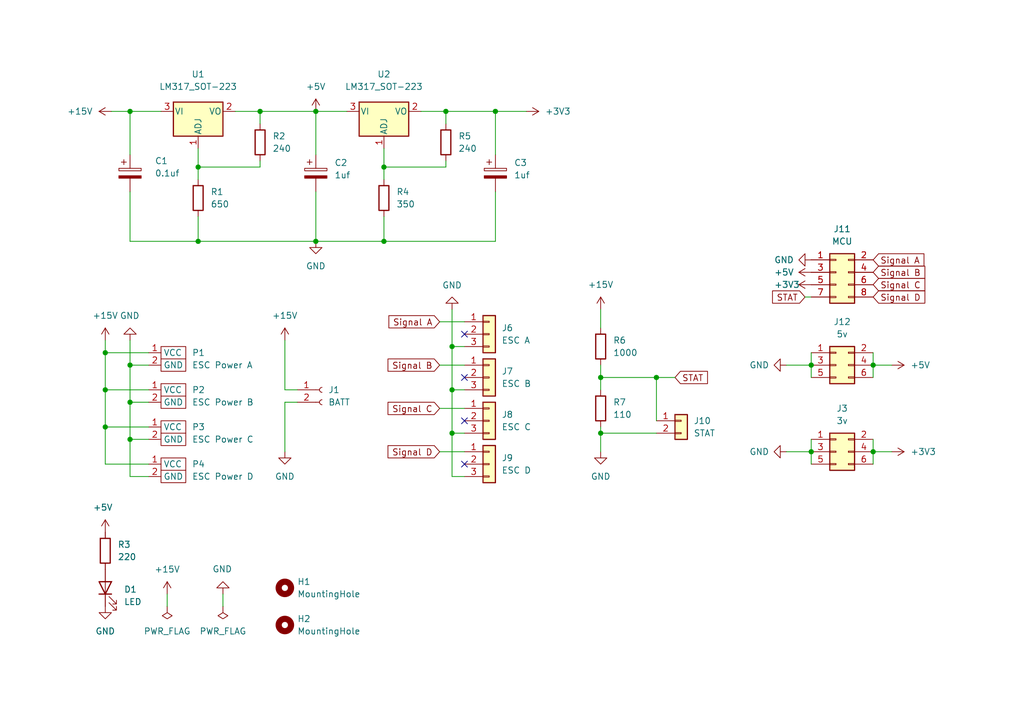
<source format=kicad_sch>
(kicad_sch (version 20211123) (generator eeschema)
  (paper "A5")
  (title_block (title "AnotherDrone - PDB"))
  (lib_symbols
    (symbol "Connector:Conn_01x02_Female" (pin_names (offset 1.016) hide)
      (property "Reference" "J" (at 0 2.54 0))
      (property "Value" "Conn_01x02_Female" (at 0 -5.08 0))
      (symbol "Conn_01x02_Female_1_1"
        (arc (start 0 -2.032) (mid -0.508 -2.54) (end 0 -3.048) (stroke (width 0.1524)))
        (polyline (pts (xy -1.27 -2.54) (xy -0.508 -2.54)) (stroke (width 0.1524)))
        (polyline (pts (xy -1.27 0) (xy -0.508 0)) (stroke (width 0.1524)))
        (arc (start 0 0.508) (mid -0.508 0) (end 0 -0.508) (stroke (width 0.1524)))
        (pin passive line (at -5.08 0 0) (length 3.81) (name "Pin_1") (number "1"))
        (pin passive line (at -5.08 -2.54 0) (length 3.81) (name "Pin_2") (number "2"))
      )
    )
    (symbol "Connector_Generic:Conn_01x02" (pin_names (offset 1.016) hide)
      (property "Reference" "J" (at 0 2.54 0))
      (property "Value" "Conn_01x02" (at 0 -5.08 0))
      (symbol "Conn_01x02_1_1"
        (rectangle (start -1.27 -2.413) (end 0 -2.667) (stroke (width 0.1524)))
        (rectangle (start -1.27 0.127) (end 0 -0.127) (stroke (width 0.1524)))
        (rectangle (start -1.27 1.27) (end 1.27 -3.81) (stroke (width 0.254)) (fill (type background)))
        (pin passive line (at -5.08 0 0) (length 3.81) (name "Pin_1") (number "1"))
        (pin passive line (at -5.08 -2.54 0) (length 3.81) (name "Pin_2") (number "2"))
      )
    )
    (symbol "Connector_Generic:Conn_01x03" (pin_names (offset 1.016) hide)
      (property "Reference" "J" (at 0 5.08 0))
      (property "Value" "Conn_01x03" (at 0 -5.08 0))
      (symbol "Conn_01x03_1_1"
        (rectangle (start -1.27 -2.413) (end 0 -2.667) (stroke (width 0.1524)))
        (rectangle (start -1.27 0.127) (end 0 -0.127) (stroke (width 0.1524)))
        (rectangle (start -1.27 2.667) (end 0 2.413) (stroke (width 0.1524)))
        (rectangle (start -1.27 3.81) (end 1.27 -3.81) (stroke (width 0.254)) (fill (type background)))
        (pin passive line (at -5.08 2.54 0) (length 3.81) (name "Pin_1") (number "1"))
        (pin passive line (at -5.08 0 0) (length 3.81) (name "Pin_2") (number "2"))
        (pin passive line (at -5.08 -2.54 0) (length 3.81) (name "Pin_3") (number "3"))
      )
    )
    (symbol "Connector_Generic:Conn_02x03_Odd_Even" (pin_names (offset 1.016) hide)
      (property "Reference" "J" (at 1.27 5.08 0))
      (property "Value" "Conn_02x03_Odd_Even" (at 1.27 -5.08 0))
      (symbol "Conn_02x03_Odd_Even_1_1"
        (rectangle (start -1.27 -2.413) (end 0 -2.667) (stroke (width 0.1524)))
        (rectangle (start -1.27 0.127) (end 0 -0.127) (stroke (width 0.1524)))
        (rectangle (start -1.27 2.667) (end 0 2.413) (stroke (width 0.1524)))
        (rectangle (start -1.27 3.81) (end 3.81 -3.81) (stroke (width 0.254)) (fill (type background)))
        (rectangle (start 3.81 -2.413) (end 2.54 -2.667) (stroke (width 0.1524)))
        (rectangle (start 3.81 0.127) (end 2.54 -0.127) (stroke (width 0.1524)))
        (rectangle (start 3.81 2.667) (end 2.54 2.413) (stroke (width 0.1524)))
        (pin passive line (at -5.08 2.54 0) (length 3.81) (name "Pin_1") (number "1"))
        (pin passive line (at 7.62 2.54 180) (length 3.81) (name "Pin_2") (number "2"))
        (pin passive line (at -5.08 0 0) (length 3.81) (name "Pin_3") (number "3"))
        (pin passive line (at 7.62 0 180) (length 3.81) (name "Pin_4") (number "4"))
        (pin passive line (at -5.08 -2.54 0) (length 3.81) (name "Pin_5") (number "5"))
        (pin passive line (at 7.62 -2.54 180) (length 3.81) (name "Pin_6") (number "6"))
      )
    )
    (symbol "Connector_Generic:Conn_02x04_Odd_Even" (pin_names (offset 1.016) hide)
      (property "Reference" "J" (at 1.27 5.08 0))
      (property "Value" "Conn_02x04_Odd_Even" (at 1.27 -7.62 0))
      (symbol "Conn_02x04_Odd_Even_1_1"
        (rectangle (start -1.27 -4.953) (end 0 -5.207) (stroke (width 0.1524)))
        (rectangle (start -1.27 -2.413) (end 0 -2.667) (stroke (width 0.1524)))
        (rectangle (start -1.27 0.127) (end 0 -0.127) (stroke (width 0.1524)))
        (rectangle (start -1.27 2.667) (end 0 2.413) (stroke (width 0.1524)))
        (rectangle (start -1.27 3.81) (end 3.81 -6.35) (stroke (width 0.254)) (fill (type background)))
        (rectangle (start 3.81 -4.953) (end 2.54 -5.207) (stroke (width 0.1524)))
        (rectangle (start 3.81 -2.413) (end 2.54 -2.667) (stroke (width 0.1524)))
        (rectangle (start 3.81 0.127) (end 2.54 -0.127) (stroke (width 0.1524)))
        (rectangle (start 3.81 2.667) (end 2.54 2.413) (stroke (width 0.1524)))
        (pin passive line (at -5.08 2.54 0) (length 3.81) (name "Pin_1") (number "1"))
        (pin passive line (at 7.62 2.54 180) (length 3.81) (name "Pin_2") (number "2"))
        (pin passive line (at -5.08 0 0) (length 3.81) (name "Pin_3") (number "3"))
        (pin passive line (at 7.62 0 180) (length 3.81) (name "Pin_4") (number "4"))
        (pin passive line (at -5.08 -2.54 0) (length 3.81) (name "Pin_5") (number "5"))
        (pin passive line (at 7.62 -2.54 180) (length 3.81) (name "Pin_6") (number "6"))
        (pin passive line (at -5.08 -5.08 0) (length 3.81) (name "Pin_7") (number "7"))
        (pin passive line (at 7.62 -5.08 180) (length 3.81) (name "Pin_8") (number "8"))
      )
    )
    (symbol "Device:C_Polarized" (pin_numbers hide) (pin_names (offset 0.254))
      (property "Reference" "C" (at 0.635 2.54 0))
      (property "Value" "C_Polarized" (at 0.635 -2.54 0))
      (symbol "C_Polarized_0_1"
        (rectangle (start -2.286 0.508) (end 2.286 1.016))
        (polyline (pts (xy -1.778 2.286) (xy -0.762 2.286)))
        (polyline (pts (xy -1.27 2.794) (xy -1.27 1.778)))
        (rectangle (start 2.286 -0.508) (end -2.286 -1.016) (fill (type outline)))
      )
      (symbol "C_Polarized_1_1"
        (pin passive line (at 0 3.81 270) (length 2.794) (name "~") (number "1"))
        (pin passive line (at 0 -3.81 90) (length 2.794) (name "~") (number "2"))
      )
    )
    (symbol "Device:LED" (pin_numbers hide) (pin_names (offset 1.016) hide)
      (property "Reference" "D" (at 0 2.54 0))
      (property "Value" "LED" (at 0 -2.54 0))
      (symbol "LED_0_1"
        (polyline (pts (xy -1.27 -1.27) (xy -1.27 1.27)) (stroke (width 0.254)))
        (polyline (pts (xy -1.27 0) (xy 1.27 0)))
        (polyline (pts (xy 1.27 -1.27) (xy 1.27 1.27) (xy -1.27 0) (xy 1.27 -1.27)) (stroke (width 0.254)))
        (polyline (pts (xy -3.048 -0.762) (xy -4.572 -2.286) (xy -3.81 -2.286) (xy -4.572 -2.286) (xy -4.572 -1.524)))
        (polyline (pts (xy -1.778 -0.762) (xy -3.302 -2.286) (xy -2.54 -2.286) (xy -3.302 -2.286) (xy -3.302 -1.524)))
      )
      (symbol "LED_1_1"
        (pin passive line (at -3.81 0 0) (length 2.54) (name "K") (number "1"))
        (pin passive line (at 3.81 0 180) (length 2.54) (name "A") (number "2"))
      )
    )
    (symbol "Device:R" (pin_numbers hide) (pin_names (offset 0))
      (property "Reference" "R" (at 2.032 0 90))
      (property "Value" "R" (at 0 0 90))
      (symbol "R_0_1"
        (rectangle (start -1.016 -2.54) (end 1.016 2.54) (stroke (width 0.254)))
      )
      (symbol "R_1_1"
        (pin passive line (at 0 3.81 270) (length 1.27) (name "~") (number "1"))
        (pin passive line (at 0 -3.81 90) (length 1.27) (name "~") (number "2"))
      )
    )
    (symbol "ESC_Custom:ESC_Power"
      (property "Reference" "P" (at -0.677 12.5987 0))
      (property "Value" "ESC_Power" (at 1.27 10.16 0))
      (symbol "ESC_Power_0_1"
        (polyline (pts (xy 0 5.08) (xy 0 0)))
        (polyline (pts (xy -2.54 0) (xy 2.54 0) (xy 2.54 5.08) (xy -2.54 5.08) (xy -2.54 0)))
      )
      (symbol "ESC_Power_1_1"
        (pin input line (at -1.27 -2.54 90) (length 2.54) (name "VCC") (number "1"))
        (pin input line (at 1.27 -2.54 90) (length 2.54) (name "GND") (number "2"))
      )
    )
    (symbol "Mechanical:MountingHole" (pin_names (offset 1.016))
      (property "Reference" "H" (at 0 5.08 0))
      (property "Value" "MountingHole" (at 0 3.175 0))
      (symbol "MountingHole_0_1"
        (circle (center 0 0) (radius 1.27) (stroke (width 1.27)))
      )
    )
    (symbol "Regulator_Linear:LM317_SOT-223" (pin_names (offset 0.254))
      (property "Reference" "U" (at -3.81 3.175 0))
      (property "Value" "LM317_SOT-223" (at 0 3.175 0))
      (symbol "LM317_SOT-223_0_1"
        (rectangle (start -5.08 1.905) (end 5.08 -5.08) (stroke (width 0.254)) (fill (type background)))
      )
      (symbol "LM317_SOT-223_1_1"
        (pin input line (at 0 -7.62 90) (length 2.54) (name "ADJ") (number "1"))
        (pin power_out line (at 7.62 0 180) (length 2.54) (name "VO") (number "2"))
        (pin power_in line (at -7.62 0 0) (length 2.54) (name "VI") (number "3"))
      )
    )
    (symbol "power:+15V" (power) (pin_names (offset 0))
      (property "Value" "+15V" (at 0 3.556 0))
      (symbol "+15V_0_1"
        (polyline (pts (xy -0.762 1.27) (xy 0 2.54)))
        (polyline (pts (xy 0 0) (xy 0 2.54)))
        (polyline (pts (xy 0 2.54) (xy 0.762 1.27)))
      )
      (symbol "+15V_1_1"
        (pin power_in line (at 0 0 90) (length 0) hide (name "+15V") (number "1"))
      )
    )
    (symbol "power:+3V3" (power) (pin_names (offset 0))
      (property "Value" "+3V3" (at 0 3.556 0))
      (symbol "+3V3_0_1"
        (polyline (pts (xy -0.762 1.27) (xy 0 2.54)))
        (polyline (pts (xy 0 0) (xy 0 2.54)))
        (polyline (pts (xy 0 2.54) (xy 0.762 1.27)))
      )
      (symbol "+3V3_1_1"
        (pin power_in line (at 0 0 90) (length 0) hide (name "+3V3") (number "1"))
      )
    )
    (symbol "power:+5V" (power) (pin_names (offset 0))
      (property "Value" "+5V" (at 0 3.556 0))
      (symbol "+5V_0_1"
        (polyline (pts (xy -0.762 1.27) (xy 0 2.54)))
        (polyline (pts (xy 0 0) (xy 0 2.54)))
        (polyline (pts (xy 0 2.54) (xy 0.762 1.27)))
      )
      (symbol "+5V_1_1"
        (pin power_in line (at 0 0 90) (length 0) hide (name "+5V") (number "1"))
      )
    )
    (symbol "power:GND" (power) (pin_names (offset 0))
      (property "Value" "GND" (at 0 -3.81 0))
      (symbol "GND_0_1"
        (polyline (pts (xy 0 0) (xy 0 -1.27) (xy 1.27 -1.27) (xy 0 -2.54) (xy -1.27 -1.27) (xy 0 -1.27)))
      )
      (symbol "GND_1_1"
        (pin power_in line (at 0 0 270) (length 0) hide (name "GND") (number "1"))
      )
    )
    (symbol "power:PWR_FLAG" (power) (pin_numbers hide) (pin_names (offset 0) hide)
      (property "Value" "PWR_FLAG" (at 0 3.81 0))
      (symbol "PWR_FLAG_0_0"
        (pin power_out line (at 0 0 90) (length 0) (name "pwr") (number "1"))
      )
      (symbol "PWR_FLAG_0_1"
        (polyline (pts (xy 0 0) (xy 0 1.27) (xy -1.016 1.905) (xy 0 2.54) (xy 1.016 1.905) (xy 0 1.27)))
      )
    )
  )
  (junction (at 21.59 80.01))
  (junction (at 78.74 34.29))
  (junction (at 123.19 88.9))
  (junction (at 92.71 88.9))
  (junction (at 92.71 80.01))
  (junction (at 64.77 49.53))
  (junction (at 91.44 22.86))
  (junction (at 179.07 92.71))
  (junction (at 101.6 22.86))
  (junction (at 166.37 92.71))
  (junction (at 21.59 87.63))
  (junction (at 21.59 72.39))
  (junction (at 26.67 90.17))
  (junction (at 179.07 74.93))
  (junction (at 53.34 22.86))
  (junction (at 78.74 49.53))
  (junction (at 40.64 49.53))
  (junction (at 166.37 74.93))
  (junction (at 134.62 77.47))
  (junction (at 26.67 74.93))
  (junction (at 26.67 82.55))
  (junction (at 40.64 34.29))
  (junction (at 92.71 71.12))
  (junction (at 123.19 77.47))
  (junction (at 64.77 22.86))
  (junction (at 26.67 22.86))
  (no_connect (at 95.25 95.25))
  (no_connect (at 95.25 68.58))
  (no_connect (at 95.25 86.36))
  (no_connect (at 95.25 77.47))
  (wire (pts (xy 21.59 69.85) (xy 21.59 72.39)))
  (wire (pts (xy 92.71 71.12) (xy 92.71 80.01)))
  (wire (pts (xy 91.44 22.86) (xy 101.6 22.86)))
  (wire (pts (xy 90.17 66.04) (xy 95.25 66.04)))
  (wire (pts (xy 64.77 49.53) (xy 78.74 49.53)))
  (wire (pts (xy 179.07 72.39) (xy 179.07 74.93)))
  (wire (pts (xy 53.34 25.4) (xy 53.34 22.86)))
  (wire (pts (xy 123.19 77.47) (xy 123.19 80.01)))
  (wire (pts (xy 21.59 95.25) (xy 21.59 87.63)))
  (wire (pts (xy 91.44 25.4) (xy 91.44 22.86)))
  (wire (pts (xy 95.25 88.9) (xy 92.71 88.9)))
  (wire (pts (xy 179.07 90.17) (xy 179.07 92.71)))
  (wire (pts (xy 64.77 22.86) (xy 64.77 31.75)))
  (wire (pts (xy 40.64 30.48) (xy 40.64 34.29)))
  (wire (pts (xy 101.6 49.53) (xy 78.74 49.53)))
  (wire (pts (xy 78.74 30.48) (xy 78.74 34.29)))
  (wire (pts (xy 64.77 22.86) (xy 71.12 22.86)))
  (wire (pts (xy 165.1 60.96) (xy 166.37 60.96)))
  (wire (pts (xy 78.74 34.29) (xy 91.44 34.29)))
  (wire (pts (xy 26.67 82.55) (xy 26.67 74.93)))
  (wire (pts (xy 26.67 49.53) (xy 40.64 49.53)))
  (wire (pts (xy 92.71 88.9) (xy 92.71 97.79)))
  (wire (pts (xy 134.62 77.47) (xy 123.19 77.47)))
  (wire (pts (xy 166.37 92.71) (xy 166.37 95.25)))
  (wire (pts (xy 26.67 74.93) (xy 30.48 74.93)))
  (wire (pts (xy 40.64 34.29) (xy 40.64 36.83)))
  (wire (pts (xy 30.48 97.79) (xy 26.67 97.79)))
  (wire (pts (xy 91.44 34.29) (xy 91.44 33.02)))
  (wire (pts (xy 92.71 80.01) (xy 92.71 88.9)))
  (wire (pts (xy 92.71 97.79) (xy 95.25 97.79)))
  (wire (pts (xy 48.26 22.86) (xy 53.34 22.86)))
  (wire (pts (xy 92.71 63.5) (xy 92.71 71.12)))
  (wire (pts (xy 26.67 69.85) (xy 26.67 74.93)))
  (wire (pts (xy 90.17 92.71) (xy 95.25 92.71)))
  (wire (pts (xy 58.42 82.55) (xy 60.96 82.55)))
  (wire (pts (xy 64.77 39.37) (xy 64.77 49.53)))
  (wire (pts (xy 161.29 74.93) (xy 166.37 74.93)))
  (wire (pts (xy 179.07 92.71) (xy 182.88 92.71)))
  (wire (pts (xy 166.37 72.39) (xy 166.37 74.93)))
  (wire (pts (xy 58.42 92.71) (xy 58.42 82.55)))
  (wire (pts (xy 101.6 31.75) (xy 101.6 22.86)))
  (wire (pts (xy 21.59 87.63) (xy 30.48 87.63)))
  (wire (pts (xy 95.25 80.01) (xy 92.71 80.01)))
  (wire (pts (xy 22.86 22.86) (xy 26.67 22.86)))
  (wire (pts (xy 179.07 92.71) (xy 179.07 95.25)))
  (wire (pts (xy 26.67 90.17) (xy 30.48 90.17)))
  (wire (pts (xy 26.67 22.86) (xy 26.67 31.75)))
  (wire (pts (xy 78.74 44.45) (xy 78.74 49.53)))
  (wire (pts (xy 101.6 22.86) (xy 107.95 22.86)))
  (wire (pts (xy 26.67 82.55) (xy 30.48 82.55)))
  (wire (pts (xy 45.72 121.92) (xy 45.72 124.46)))
  (wire (pts (xy 30.48 95.25) (xy 21.59 95.25)))
  (wire (pts (xy 21.59 80.01) (xy 21.59 87.63)))
  (wire (pts (xy 123.19 88.9) (xy 134.62 88.9)))
  (wire (pts (xy 166.37 90.17) (xy 166.37 92.71)))
  (wire (pts (xy 40.64 44.45) (xy 40.64 49.53)))
  (wire (pts (xy 30.48 72.39) (xy 21.59 72.39)))
  (wire (pts (xy 78.74 34.29) (xy 78.74 36.83)))
  (wire (pts (xy 179.07 74.93) (xy 182.88 74.93)))
  (wire (pts (xy 166.37 74.93) (xy 166.37 77.47)))
  (wire (pts (xy 90.17 74.93) (xy 95.25 74.93)))
  (wire (pts (xy 34.29 121.92) (xy 34.29 124.46)))
  (wire (pts (xy 21.59 80.01) (xy 30.48 80.01)))
  (wire (pts (xy 58.42 69.85) (xy 58.42 80.01)))
  (wire (pts (xy 123.19 63.5) (xy 123.19 67.31)))
  (wire (pts (xy 21.59 72.39) (xy 21.59 80.01)))
  (wire (pts (xy 123.19 88.9) (xy 123.19 92.71)))
  (wire (pts (xy 134.62 86.36) (xy 134.62 77.47)))
  (wire (pts (xy 26.67 22.86) (xy 33.02 22.86)))
  (wire (pts (xy 101.6 39.37) (xy 101.6 49.53)))
  (wire (pts (xy 26.67 97.79) (xy 26.67 90.17)))
  (wire (pts (xy 95.25 71.12) (xy 92.71 71.12)))
  (wire (pts (xy 26.67 39.37) (xy 26.67 49.53)))
  (wire (pts (xy 123.19 87.63) (xy 123.19 88.9)))
  (wire (pts (xy 53.34 22.86) (xy 64.77 22.86)))
  (wire (pts (xy 53.34 34.29) (xy 53.34 33.02)))
  (wire (pts (xy 161.29 92.71) (xy 166.37 92.71)))
  (wire (pts (xy 123.19 74.93) (xy 123.19 77.47)))
  (wire (pts (xy 26.67 82.55) (xy 26.67 90.17)))
  (wire (pts (xy 58.42 80.01) (xy 60.96 80.01)))
  (wire (pts (xy 134.62 77.47) (xy 138.43 77.47)))
  (wire (pts (xy 179.07 74.93) (xy 179.07 77.47)))
  (wire (pts (xy 40.64 34.29) (xy 53.34 34.29)))
  (wire (pts (xy 86.36 22.86) (xy 91.44 22.86)))
  (wire (pts (xy 40.64 49.53) (xy 64.77 49.53)))
  (wire (pts (xy 90.17 83.82) (xy 95.25 83.82)))
  (global_label "Signal A" (shape input) (at 90.17 66.04 180) (property "Intersheet References" "${INTERSHEET_REFS}" (effects hide)))
  (global_label "Signal B" (shape input) (at 90.17 74.93 180) (property "Intersheet References" "${INTERSHEET_REFS}" (effects hide)))
  (global_label "Signal C" (shape input) (at 179.07 58.42 0) (property "Intersheet References" "${INTERSHEET_REFS}" (effects hide)))
  (global_label "Signal D" (shape input) (at 179.07 60.96 0) (property "Intersheet References" "${INTERSHEET_REFS}" (effects hide)))
  (global_label "Signal D" (shape input) (at 90.17 92.71 180) (property "Intersheet References" "${INTERSHEET_REFS}" (effects hide)))
  (global_label "Signal C" (shape input) (at 90.17 83.82 180) (property "Intersheet References" "${INTERSHEET_REFS}" (effects hide)))
  (global_label "Signal B" (shape input) (at 179.07 55.88 0) (property "Intersheet References" "${INTERSHEET_REFS}" (effects hide)))
  (global_label "Signal A" (shape input) (at 179.07 53.34 0) (property "Intersheet References" "${INTERSHEET_REFS}" (effects hide)))
  (global_label "STAT" (shape input) (at 165.1 60.96 180) (property "Intersheet References" "${INTERSHEET_REFS}" (effects hide)))
  (global_label "STAT" (shape input) (at 138.43 77.47 0) (property "Intersheet References" "${INTERSHEET_REFS}" (effects hide)))
  (symbol (lib_id "Device:R") (at 78.74 40.64 0) (unit 1)
    (property "Reference" "R4" (at 81.28 39.3699 0) (effects (justify left)))
    (property "Value" "350" (at 81.28 41.9099 0) (effects (justify left)))
    (property "Footprint" "Resistor_SMD:R_1206_3216Metric" (effects hide))
  )
  (symbol (lib_id "power:PWR_FLAG") (at 45.72 124.46 0) (mirror x) (unit 1)
    (property "Reference" "#FLG0102" (effects hide))
    (property "Value" "PWR_FLAG" (at 45.72 129.54 0))
  )
  (symbol (lib_id "Connector_Generic:Conn_01x03") (at 100.33 77.47 0) (unit 1)
    (property "Reference" "J7" (at 102.87 76.1999 0) (effects (justify left)))
    (property "Value" "ESC B" (at 102.87 78.7399 0) (effects (justify left)))
    (property "Footprint" "Connector_PinSocket_2.54mm:PinSocket_1x03_P2.54mm_Vertical" (effects hide))
  )
  (symbol (lib_id "power:+5V") (at 21.59 109.22 0) (unit 1)
    (property "Reference" "#PWR01" (effects hide))
    (property "Value" "+5V" (at 19.05 104.14 0) (effects (justify left)))
  )
  (symbol (lib_id "Device:R") (at 40.64 40.64 0) (unit 1)
    (property "Reference" "R1" (at 43.18 39.3699 0) (effects (justify left)))
    (property "Value" "650" (at 43.18 41.9099 0) (effects (justify left)))
    (property "Footprint" "Resistor_SMD:R_1206_3216Metric" (effects hide))
  )
  (symbol (lib_id "ESC_Custom:ESC_Power") (at 33.02 81.28 270) (unit 1)
    (property "Reference" "P2" (at 39.37 80.0099 90) (effects (justify left)))
    (property "Value" "ESC Power B" (at 39.37 82.5499 90) (effects (justify left)))
    (property "Footprint" "ESC_Custom:ESC_Power_01x02" (effects hide))
  )
  (symbol (lib_id "power:GND") (at 92.71 63.5 180) (unit 1)
    (property "Reference" "#PWR0101" (effects hide))
    (property "Value" "GND" (at 90.6665 58.5371 0) (effects (justify right)))
  )
  (symbol (lib_id "power:PWR_FLAG") (at 34.29 124.46 0) (mirror x) (unit 1)
    (property "Reference" "#FLG0104" (effects hide))
    (property "Value" "PWR_FLAG" (at 34.29 129.54 0))
  )
  (symbol (lib_id "Mechanical:MountingHole") (at 58.42 128.27 0) (unit 1)
    (property "Reference" "H2" (at 60.96 126.9999 0) (effects (justify left)))
    (property "Value" "MountingHole" (at 60.96 129.5399 0) (effects (justify left)))
    (property "Footprint" "MountingHole:MountingHole_4.3mm_M4_Pad" (effects hide))
  )
  (symbol (lib_id "power:+3V3") (at 107.95 22.86 270) (unit 1)
    (property "Reference" "#PWR05" (effects hide))
    (property "Value" "+3V3" (at 111.76 22.8599 90) (effects (justify left)))
  )
  (symbol (lib_id "ESC_Custom:ESC_Power") (at 33.02 88.9 270) (unit 1)
    (property "Reference" "P3" (at 39.37 87.6299 90) (effects (justify left)))
    (property "Value" "ESC Power C" (at 39.37 90.1699 90) (effects (justify left)))
    (property "Footprint" "ESC_Custom:ESC_Power_01x02" (effects hide))
  )
  (symbol (lib_id "Device:LED") (at 21.59 120.65 90) (unit 1)
    (property "Reference" "D1" (at 25.4 120.9674 90) (effects (justify right)))
    (property "Value" "LED" (at 25.4 123.5074 90) (effects (justify right)))
    (property "Footprint" "LED_SMD:LED_0805_2012Metric" (effects hide))
  )
  (symbol (lib_id "Device:R") (at 21.59 113.03 0) (unit 1)
    (property "Reference" "R3" (at 24.13 111.7599 0) (effects (justify left)))
    (property "Value" "220" (at 24.13 114.2999 0) (effects (justify left)))
    (property "Footprint" "Resistor_SMD:R_1206_3216Metric" (effects hide))
  )
  (symbol (lib_id "Device:R") (at 123.19 83.82 0) (unit 1)
    (property "Reference" "R7" (at 125.73 82.5499 0) (effects (justify left)))
    (property "Value" "110" (at 125.73 85.0899 0) (effects (justify left)))
    (property "Footprint" "Resistor_SMD:R_1206_3216Metric" (effects hide))
  )
  (symbol (lib_id "power:+5V") (at 166.37 55.88 90) (mirror x) (unit 1)
    (property "Reference" "#PWR0107" (effects hide))
    (property "Value" "+5V" (at 158.75 55.88 90) (effects (justify right)))
  )
  (symbol (lib_id "Connector_Generic:Conn_01x02") (at 139.7 86.36 0) (unit 1)
    (property "Reference" "J10" (at 142.24 86.3599 0) (effects (justify left)))
    (property "Value" "STAT" (at 142.24 88.8999 0) (effects (justify left)))
    (property "Footprint" "Connector_PinSocket_2.54mm:PinSocket_1x02_P2.54mm_Vertical" (effects hide))
  )
  (symbol (lib_id "power:GND") (at 58.42 92.71 0) (unit 1)
    (property "Reference" "#PWR0111" (effects hide))
    (property "Value" "GND" (at 58.42 97.79 0))
  )
  (symbol (lib_id "Connector_Generic:Conn_02x03_Odd_Even") (at 171.45 74.93 0) (unit 1)
    (property "Reference" "J12" (at 172.72 66.04 0))
    (property "Value" "5v" (at 172.72 68.58 0))
    (property "Footprint" "Connector_PinSocket_2.54mm:PinSocket_2x03_P2.54mm_Vertical" (effects hide))
  )
  (symbol (lib_id "power:+3V3") (at 182.88 92.71 270) (unit 1)
    (property "Reference" "#PWR0117" (effects hide))
    (property "Value" "+3V3" (at 186.69 92.7099 90) (effects (justify left)))
  )
  (symbol (lib_id "power:GND") (at 64.77 49.53 0) (unit 1)
    (property "Reference" "#PWR04" (effects hide))
    (property "Value" "GND" (at 64.77 54.61 0))
  )
  (symbol (lib_id "Regulator_Linear:LM317_SOT-223") (at 40.64 22.86 0) (unit 1)
    (property "Reference" "U1" (at 40.64 15.24 0))
    (property "Value" "LM317_SOT-223" (at 40.64 17.78 0))
    (property "Footprint" "Package_TO_SOT_SMD:SOT-223-3_TabPin2" (effects hide))
    (property "Datasheet" "http://www.ti.com/lit/ds/symlink/lm317.pdf" (effects hide))
  )
  (symbol (lib_id "power:GND") (at 21.59 124.46 0) (unit 1)
    (property "Reference" "#PWR02" (effects hide))
    (property "Value" "GND" (at 21.59 129.54 0))
  )
  (symbol (lib_id "power:GND") (at 123.19 92.71 0) (unit 1)
    (property "Reference" "#PWR0114" (effects hide))
    (property "Value" "GND" (at 123.19 97.79 0))
  )
  (symbol (lib_id "power:GND") (at 161.29 74.93 270) (unit 1)
    (property "Reference" "#PWR0118" (effects hide))
    (property "Value" "GND" (at 153.67 74.93 90) (effects (justify left)))
  )
  (symbol (lib_id "Device:R") (at 123.19 71.12 0) (unit 1)
    (property "Reference" "R6" (at 125.73 69.8499 0) (effects (justify left)))
    (property "Value" "1000" (at 125.73 72.3899 0) (effects (justify left)))
    (property "Footprint" "Resistor_SMD:R_1206_3216Metric" (effects hide))
  )
  (symbol (lib_id "Regulator_Linear:LM317_SOT-223") (at 78.74 22.86 0) (unit 1)
    (property "Reference" "U2" (at 78.74 15.24 0))
    (property "Value" "LM317_SOT-223" (at 78.74 17.78 0))
    (property "Footprint" "Package_TO_SOT_SMD:SOT-223-3_TabPin2" (effects hide))
    (property "Datasheet" "http://www.ti.com/lit/ds/symlink/lm317.pdf" (effects hide))
  )
  (symbol (lib_id "ESC_Custom:ESC_Power") (at 33.02 73.66 270) (unit 1)
    (property "Reference" "P1" (at 39.37 72.3899 90) (effects (justify left)))
    (property "Value" "ESC Power A" (at 39.37 74.9299 90) (effects (justify left)))
    (property "Footprint" "ESC_Custom:ESC_Power_01x02" (effects hide))
  )
  (symbol (lib_id "Device:C_Polarized") (at 64.77 35.56 0) (unit 1)
    (property "Reference" "C2" (at 68.58 33.4009 0) (effects (justify left)))
    (property "Value" "1uf" (at 68.58 35.9409 0) (effects (justify left)))
    (property "Footprint" "Capacitor_SMD:C_1206_3216Metric" (effects hide))
  )
  (symbol (lib_id "power:+5V") (at 182.88 74.93 270) (unit 1)
    (property "Reference" "#PWR0116" (effects hide))
    (property "Value" "+5V" (at 186.69 74.9299 90) (effects (justify left)))
  )
  (symbol (lib_id "power:+15V") (at 123.19 63.5 0) (unit 1)
    (property "Reference" "#PWR0102" (effects hide))
    (property "Value" "+15V" (at 123.19 58.42 0))
  )
  (symbol (lib_id "power:+15V") (at 34.29 121.92 0) (unit 1)
    (property "Reference" "#PWR0121" (effects hide))
    (property "Value" "+15V" (at 34.29 116.84 0))
  )
  (symbol (lib_id "Mechanical:MountingHole") (at 58.42 120.65 0) (unit 1)
    (property "Reference" "H1" (at 60.96 119.3799 0) (effects (justify left)))
    (property "Value" "MountingHole" (at 60.96 121.9199 0) (effects (justify left)))
    (property "Footprint" "MountingHole:MountingHole_4.3mm_M4_Pad" (effects hide))
  )
  (symbol (lib_id "Device:R") (at 53.34 29.21 0) (unit 1)
    (property "Reference" "R2" (at 55.88 27.9399 0) (effects (justify left)))
    (property "Value" "240" (at 55.88 30.4799 0) (effects (justify left)))
    (property "Footprint" "Resistor_SMD:R_1206_3216Metric" (effects hide))
  )
  (symbol (lib_id "Connector_Generic:Conn_02x04_Odd_Even") (at 171.45 55.88 0) (unit 1)
    (property "Reference" "J11" (at 172.72 46.99 0))
    (property "Value" "MCU" (at 172.72 49.53 0))
    (property "Footprint" "Connector_PinSocket_2.54mm:PinSocket_2x04_P2.54mm_Vertical" (effects hide))
  )
  (symbol (lib_id "power:GND") (at 166.37 53.34 270) (unit 1)
    (property "Reference" "#PWR0106" (effects hide))
    (property "Value" "GND" (at 158.75 53.34 90) (effects (justify left)))
  )
  (symbol (lib_id "power:+15V") (at 22.86 22.86 90) (unit 1)
    (property "Reference" "#PWR0109" (effects hide))
    (property "Value" "+15V" (at 19.05 22.8599 90) (effects (justify left)))
  )
  (symbol (lib_id "ESC_Custom:ESC_Power") (at 33.02 96.52 270) (unit 1)
    (property "Reference" "P4" (at 39.37 95.2499 90) (effects (justify left)))
    (property "Value" "ESC Power D" (at 39.37 97.7899 90) (effects (justify left)))
    (property "Footprint" "ESC_Custom:ESC_Power_01x02" (effects hide))
  )
  (symbol (lib_id "power:+3V3") (at 166.37 58.42 90) (mirror x) (unit 1)
    (property "Reference" "#PWR0105" (effects hide))
    (property "Value" "+3V3" (at 158.75 58.42 90) (effects (justify right)))
  )
  (symbol (lib_id "power:GND") (at 45.72 121.92 0) (mirror x) (unit 1)
    (property "Reference" "#PWR0120" (effects hide))
    (property "Value" "GND" (at 47.6301 116.7907 0) (effects (justify right)))
  )
  (symbol (lib_id "Connector:Conn_01x02_Female") (at 66.04 80.01 0) (unit 1)
    (property "Reference" "J1" (at 67.31 80.0099 0) (effects (justify left)))
    (property "Value" "BATT" (at 67.31 82.5499 0) (effects (justify left)))
    (property "Footprint" "ESC_Custom:ESC_Power_01x02" (effects hide))
  )
  (symbol (lib_id "power:+15V") (at 21.59 69.85 0) (unit 1)
    (property "Reference" "#PWR0113" (effects hide))
    (property "Value" "+15V" (at 21.59 64.77 0))
  )
  (symbol (lib_id "Connector_Generic:Conn_01x03") (at 100.33 86.36 0) (unit 1)
    (property "Reference" "J8" (at 102.87 85.0899 0) (effects (justify left)))
    (property "Value" "ESC C" (at 102.87 87.6299 0) (effects (justify left)))
    (property "Footprint" "Connector_PinSocket_2.54mm:PinSocket_1x03_P2.54mm_Vertical" (effects hide))
  )
  (symbol (lib_id "power:GND") (at 161.29 92.71 270) (unit 1)
    (property "Reference" "#PWR0115" (effects hide))
    (property "Value" "GND" (at 153.67 92.71 90) (effects (justify left)))
  )
  (symbol (lib_id "power:+5V") (at 64.77 22.86 0) (unit 1)
    (property "Reference" "#PWR03" (effects hide))
    (property "Value" "+5V" (at 64.77 17.78 0))
  )
  (symbol (lib_id "Device:C_Polarized") (at 26.67 35.56 0) (unit 1)
    (property "Reference" "C1" (at 31.75 33.02 0) (effects (justify left)))
    (property "Value" "0.1uf" (at 31.75 35.56 0) (effects (justify left)))
    (property "Footprint" "Capacitor_SMD:C_1206_3216Metric" (effects hide))
  )
  (symbol (lib_id "Connector_Generic:Conn_02x03_Odd_Even") (at 171.45 92.71 0) (unit 1)
    (property "Reference" "J3" (at 172.72 83.82 0))
    (property "Value" "3v" (at 172.72 86.36 0))
    (property "Footprint" "Connector_PinSocket_2.54mm:PinSocket_2x03_P2.54mm_Vertical" (effects hide))
  )
  (symbol (lib_id "Device:R") (at 91.44 29.21 0) (unit 1)
    (property "Reference" "R5" (at 93.98 27.9399 0) (effects (justify left)))
    (property "Value" "240" (at 93.98 30.4799 0) (effects (justify left)))
    (property "Footprint" "Resistor_SMD:R_1206_3216Metric" (effects hide))
  )
  (symbol (lib_id "Device:C_Polarized") (at 101.6 35.56 0) (unit 1)
    (property "Reference" "C3" (at 105.41 33.4009 0) (effects (justify left)))
    (property "Value" "1uf" (at 105.41 35.9409 0) (effects (justify left)))
    (property "Footprint" "Capacitor_SMD:C_1206_3216Metric" (effects hide))
  )
  (symbol (lib_id "Connector_Generic:Conn_01x03") (at 100.33 68.58 0) (unit 1)
    (property "Reference" "J6" (at 102.87 67.3099 0) (effects (justify left)))
    (property "Value" "ESC A" (at 102.87 69.8499 0) (effects (justify left)))
    (property "Footprint" "Connector_PinSocket_2.54mm:PinSocket_1x03_P2.54mm_Vertical" (effects hide))
  )
  (symbol (lib_id "power:GND") (at 26.67 69.85 180) (unit 1)
    (property "Reference" "#PWR0112" (effects hide))
    (property "Value" "GND" (at 24.5562 64.7913 0) (effects (justify right)))
  )
  (symbol (lib_id "power:+15V") (at 58.42 69.85 0) (unit 1)
    (property "Reference" "#PWR0110" (effects hide))
    (property "Value" "+15V" (at 58.42 64.77 0))
  )
  (symbol (lib_id "Connector_Generic:Conn_01x03") (at 100.33 95.25 0) (unit 1)
    (property "Reference" "J9" (at 102.87 93.9799 0) (effects (justify left)))
    (property "Value" "ESC D" (at 102.87 96.5199 0) (effects (justify left)))
    (property "Footprint" "Connector_PinSocket_2.54mm:PinSocket_1x03_P2.54mm_Vertical" (effects hide))
  )
)
</source>
